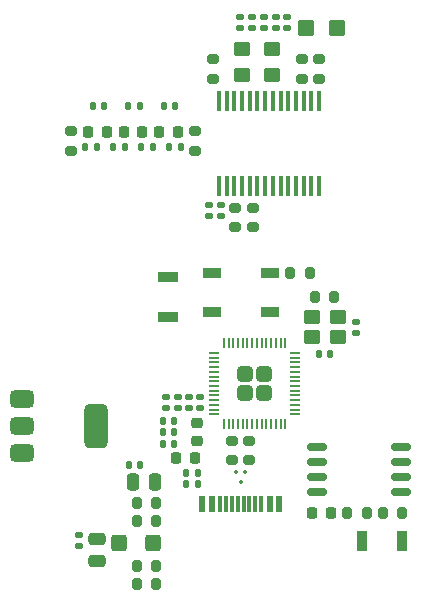
<source format=gbr>
%TF.GenerationSoftware,KiCad,Pcbnew,9.0.4-9.0.4-0~ubuntu22.04.1*%
%TF.CreationDate,2025-09-16T22:55:19+03:00*%
%TF.ProjectId,hexaGenMini-v1,68657861-4765-46e4-9d69-6e692d76312e,rev?*%
%TF.SameCoordinates,Original*%
%TF.FileFunction,Paste,Top*%
%TF.FilePolarity,Positive*%
%FSLAX46Y46*%
G04 Gerber Fmt 4.6, Leading zero omitted, Abs format (unit mm)*
G04 Created by KiCad (PCBNEW 9.0.4-9.0.4-0~ubuntu22.04.1) date 2025-09-16 22:55:19*
%MOMM*%
%LPD*%
G01*
G04 APERTURE LIST*
G04 Aperture macros list*
%AMRoundRect*
0 Rectangle with rounded corners*
0 $1 Rounding radius*
0 $2 $3 $4 $5 $6 $7 $8 $9 X,Y pos of 4 corners*
0 Add a 4 corners polygon primitive as box body*
4,1,4,$2,$3,$4,$5,$6,$7,$8,$9,$2,$3,0*
0 Add four circle primitives for the rounded corners*
1,1,$1+$1,$2,$3*
1,1,$1+$1,$4,$5*
1,1,$1+$1,$6,$7*
1,1,$1+$1,$8,$9*
0 Add four rect primitives between the rounded corners*
20,1,$1+$1,$2,$3,$4,$5,0*
20,1,$1+$1,$4,$5,$6,$7,0*
20,1,$1+$1,$6,$7,$8,$9,0*
20,1,$1+$1,$8,$9,$2,$3,0*%
G04 Aperture macros list end*
%ADD10RoundRect,0.200000X0.275000X-0.200000X0.275000X0.200000X-0.275000X0.200000X-0.275000X-0.200000X0*%
%ADD11RoundRect,0.225000X-0.225000X-0.250000X0.225000X-0.250000X0.225000X0.250000X-0.225000X0.250000X0*%
%ADD12RoundRect,0.140000X-0.170000X0.140000X-0.170000X-0.140000X0.170000X-0.140000X0.170000X0.140000X0*%
%ADD13RoundRect,0.140000X0.170000X-0.140000X0.170000X0.140000X-0.170000X0.140000X-0.170000X-0.140000X0*%
%ADD14RoundRect,0.200000X0.200000X0.275000X-0.200000X0.275000X-0.200000X-0.275000X0.200000X-0.275000X0*%
%ADD15R,0.900000X1.700000*%
%ADD16RoundRect,0.140000X0.140000X0.170000X-0.140000X0.170000X-0.140000X-0.170000X0.140000X-0.170000X0*%
%ADD17RoundRect,0.250000X-0.475000X0.250000X-0.475000X-0.250000X0.475000X-0.250000X0.475000X0.250000X0*%
%ADD18RoundRect,0.250000X-0.457500X-0.445000X0.457500X-0.445000X0.457500X0.445000X-0.457500X0.445000X0*%
%ADD19RoundRect,0.200000X-0.275000X0.200000X-0.275000X-0.200000X0.275000X-0.200000X0.275000X0.200000X0*%
%ADD20R,1.700000X0.900000*%
%ADD21RoundRect,0.090000X-0.660000X-0.360000X0.660000X-0.360000X0.660000X0.360000X-0.660000X0.360000X0*%
%ADD22RoundRect,0.250000X-0.250000X-0.475000X0.250000X-0.475000X0.250000X0.475000X-0.250000X0.475000X0*%
%ADD23RoundRect,0.162500X0.650000X0.162500X-0.650000X0.162500X-0.650000X-0.162500X0.650000X-0.162500X0*%
%ADD24RoundRect,0.200000X-0.200000X-0.275000X0.200000X-0.275000X0.200000X0.275000X-0.200000X0.275000X0*%
%ADD25RoundRect,0.218750X0.218750X0.256250X-0.218750X0.256250X-0.218750X-0.256250X0.218750X-0.256250X0*%
%ADD26RoundRect,0.225000X0.250000X-0.225000X0.250000X0.225000X-0.250000X0.225000X-0.250000X-0.225000X0*%
%ADD27RoundRect,0.140000X-0.140000X-0.170000X0.140000X-0.170000X0.140000X0.170000X-0.140000X0.170000X0*%
%ADD28RoundRect,0.225000X0.225000X0.250000X-0.225000X0.250000X-0.225000X-0.250000X0.225000X-0.250000X0*%
%ADD29RoundRect,0.250000X-0.450000X-0.350000X0.450000X-0.350000X0.450000X0.350000X-0.450000X0.350000X0*%
%ADD30RoundRect,0.250000X0.450000X0.350000X-0.450000X0.350000X-0.450000X-0.350000X0.450000X-0.350000X0*%
%ADD31RoundRect,0.375000X-0.625000X-0.375000X0.625000X-0.375000X0.625000X0.375000X-0.625000X0.375000X0*%
%ADD32RoundRect,0.500000X-0.500000X-1.400000X0.500000X-1.400000X0.500000X1.400000X-0.500000X1.400000X0*%
%ADD33R,0.600000X1.450000*%
%ADD34R,0.300000X1.450000*%
%ADD35RoundRect,0.250000X-0.400000X-0.450000X0.400000X-0.450000X0.400000X0.450000X-0.400000X0.450000X0*%
%ADD36RoundRect,0.249999X0.395001X0.395001X-0.395001X0.395001X-0.395001X-0.395001X0.395001X-0.395001X0*%
%ADD37RoundRect,0.050000X0.387500X0.050000X-0.387500X0.050000X-0.387500X-0.050000X0.387500X-0.050000X0*%
%ADD38RoundRect,0.050000X0.050000X0.387500X-0.050000X0.387500X-0.050000X-0.387500X0.050000X-0.387500X0*%
%ADD39R,0.450000X1.750000*%
%ADD40RoundRect,0.075000X0.075000X0.075000X-0.075000X0.075000X-0.075000X-0.075000X0.075000X-0.075000X0*%
G04 APERTURE END LIST*
D10*
%TO.C,R7*%
X159220000Y-98225000D03*
X159220000Y-96575000D03*
%TD*%
D11*
%TO.C,C7*%
X154525000Y-98070000D03*
X156075000Y-98070000D03*
%TD*%
D12*
%TO.C,C23*%
X159935000Y-60710000D03*
X159935000Y-61670000D03*
%TD*%
D10*
%TO.C,R15*%
X160995000Y-78505000D03*
X160995000Y-76855000D03*
%TD*%
D13*
%TO.C,C14*%
X154630000Y-93850000D03*
X154630000Y-92890000D03*
%TD*%
D14*
%TO.C,R9*%
X173675000Y-102680000D03*
X172025000Y-102680000D03*
%TD*%
D15*
%TO.C,SW2*%
X170230000Y-105110000D03*
X173630000Y-105110000D03*
%TD*%
D16*
%TO.C,C27*%
X152530833Y-71705000D03*
X151570833Y-71705000D03*
%TD*%
D17*
%TO.C,C1*%
X147772500Y-104870000D03*
X147772500Y-106770000D03*
%TD*%
D18*
%TO.C,C25*%
X165467500Y-61620000D03*
X168172500Y-61620000D03*
%TD*%
D19*
%TO.C,R10*%
X165145000Y-64295000D03*
X165145000Y-65945000D03*
%TD*%
%TO.C,R17*%
X145617500Y-70385000D03*
X145617500Y-72035000D03*
%TD*%
D14*
%TO.C,R5*%
X167905000Y-84450000D03*
X166255000Y-84450000D03*
%TD*%
D16*
%TO.C,C5*%
X167570000Y-89230000D03*
X166610000Y-89230000D03*
%TD*%
D20*
%TO.C,SW1*%
X153800000Y-82730000D03*
X153800000Y-86130000D03*
%TD*%
D12*
%TO.C,C24*%
X163935000Y-60710000D03*
X163935000Y-61670000D03*
%TD*%
D19*
%TO.C,R11*%
X166635000Y-64295000D03*
X166635000Y-65945000D03*
%TD*%
D21*
%TO.C,D2*%
X157522540Y-82350000D03*
X157522540Y-85650000D03*
X162422540Y-85650000D03*
X162422540Y-82350000D03*
%TD*%
D12*
%TO.C,C21*%
X162935000Y-60710000D03*
X162935000Y-61670000D03*
%TD*%
D14*
%TO.C,R8*%
X170665000Y-102680000D03*
X169015000Y-102680000D03*
%TD*%
D22*
%TO.C,C4*%
X150842500Y-100080000D03*
X152742500Y-100080000D03*
%TD*%
D16*
%TO.C,C30*%
X154420000Y-68240000D03*
X153460000Y-68240000D03*
%TD*%
D14*
%TO.C,R19*%
X165845000Y-82340000D03*
X164195000Y-82340000D03*
%TD*%
D13*
%TO.C,C16*%
X156550000Y-93850000D03*
X156550000Y-92890000D03*
%TD*%
D23*
%TO.C,U5*%
X173587500Y-100925000D03*
X173587500Y-99655000D03*
X173587500Y-98385000D03*
X173587500Y-97115000D03*
X166412500Y-97115000D03*
X166412500Y-98385000D03*
X166412500Y-99655000D03*
X166412500Y-100925000D03*
%TD*%
D24*
%TO.C,R2*%
X151187500Y-108710000D03*
X152837500Y-108710000D03*
%TD*%
D25*
%TO.C,L3*%
X148665000Y-70460000D03*
X147090000Y-70460000D03*
%TD*%
D26*
%TO.C,C8*%
X156280000Y-96590000D03*
X156280000Y-95040000D03*
%TD*%
D24*
%TO.C,R1*%
X151187500Y-107210000D03*
X152837500Y-107210000D03*
%TD*%
D16*
%TO.C,C12*%
X154360000Y-94910000D03*
X153400000Y-94910000D03*
%TD*%
D13*
%TO.C,C15*%
X155590000Y-93850000D03*
X155590000Y-92890000D03*
%TD*%
D12*
%TO.C,C2*%
X146292500Y-104550000D03*
X146292500Y-105510000D03*
%TD*%
D27*
%TO.C,C3*%
X150512500Y-98600000D03*
X151472500Y-98600000D03*
%TD*%
D28*
%TO.C,C18*%
X167605000Y-102680000D03*
X166055000Y-102680000D03*
%TD*%
D19*
%TO.C,R16*%
X156117500Y-70385000D03*
X156117500Y-72035000D03*
%TD*%
D16*
%TO.C,C29*%
X147777500Y-71705000D03*
X146817500Y-71705000D03*
%TD*%
D29*
%TO.C,Y1*%
X166000000Y-87830000D03*
X168200000Y-87830000D03*
X168200000Y-86130000D03*
X166000000Y-86130000D03*
%TD*%
D12*
%TO.C,C19*%
X158275000Y-76630000D03*
X158275000Y-77590000D03*
%TD*%
D25*
%TO.C,L1*%
X154652500Y-70460000D03*
X153077500Y-70460000D03*
%TD*%
D30*
%TO.C,Y2*%
X162650000Y-63400000D03*
X160110000Y-63400000D03*
X160110000Y-65600000D03*
X162650000Y-65600000D03*
%TD*%
D24*
%TO.C,R3*%
X151187500Y-103340000D03*
X152837500Y-103340000D03*
%TD*%
D14*
%TO.C,R4*%
X152837500Y-101840000D03*
X151187500Y-101840000D03*
%TD*%
D12*
%TO.C,C22*%
X160935000Y-60710000D03*
X160935000Y-61670000D03*
%TD*%
D16*
%TO.C,C10*%
X156350000Y-100230000D03*
X155390000Y-100230000D03*
%TD*%
D13*
%TO.C,C6*%
X169710000Y-87450000D03*
X169710000Y-86490000D03*
%TD*%
D16*
%TO.C,C9*%
X156350000Y-99280000D03*
X155390000Y-99280000D03*
%TD*%
D31*
%TO.C,U1*%
X141450000Y-93057500D03*
X141450000Y-95357500D03*
D32*
X147750000Y-95357500D03*
D31*
X141450000Y-97657500D03*
%TD*%
D10*
%TO.C,R6*%
X160720000Y-98225000D03*
X160720000Y-96575000D03*
%TD*%
D33*
%TO.C,J4*%
X156722540Y-101955000D03*
X157522540Y-101955000D03*
D34*
X158722540Y-101955000D03*
X159722540Y-101955000D03*
X160222540Y-101955000D03*
X161222540Y-101955000D03*
D33*
X162422540Y-101955000D03*
X163222540Y-101955000D03*
X163222540Y-101955000D03*
X162422540Y-101955000D03*
D34*
X161722540Y-101955000D03*
X160722540Y-101955000D03*
X159222540Y-101955000D03*
X158222540Y-101955000D03*
D33*
X157522540Y-101955000D03*
X156722540Y-101955000D03*
%TD*%
D16*
%TO.C,C26*%
X154907500Y-71705000D03*
X153947500Y-71705000D03*
%TD*%
D35*
%TO.C,D1*%
X149692500Y-105270000D03*
X152592500Y-105270000D03*
%TD*%
D36*
%TO.C,U2*%
X161950000Y-92550000D03*
X161950000Y-90950000D03*
X160350000Y-92550000D03*
X160350000Y-90950000D03*
D37*
X164587500Y-94350000D03*
X164587500Y-93950000D03*
X164587500Y-93550000D03*
X164587500Y-93150000D03*
X164587500Y-92750000D03*
X164587500Y-92350000D03*
X164587500Y-91950000D03*
X164587500Y-91550000D03*
X164587500Y-91150000D03*
X164587500Y-90750000D03*
X164587500Y-90350000D03*
X164587500Y-89950000D03*
X164587500Y-89550000D03*
X164587500Y-89150000D03*
D38*
X163750000Y-88312500D03*
X163350000Y-88312500D03*
X162950000Y-88312500D03*
X162550000Y-88312500D03*
X162150000Y-88312500D03*
X161750000Y-88312500D03*
X161350000Y-88312500D03*
X160950000Y-88312500D03*
X160550000Y-88312500D03*
X160150000Y-88312500D03*
X159750000Y-88312500D03*
X159350000Y-88312500D03*
X158950000Y-88312500D03*
X158550000Y-88312500D03*
D37*
X157712500Y-89150000D03*
X157712500Y-89550000D03*
X157712500Y-89950000D03*
X157712500Y-90350000D03*
X157712500Y-90750000D03*
X157712500Y-91150000D03*
X157712500Y-91550000D03*
X157712500Y-91950000D03*
X157712500Y-92350000D03*
X157712500Y-92750000D03*
X157712500Y-93150000D03*
X157712500Y-93550000D03*
X157712500Y-93950000D03*
X157712500Y-94350000D03*
D38*
X158550000Y-95187500D03*
X158950000Y-95187500D03*
X159350000Y-95187500D03*
X159750000Y-95187500D03*
X160150000Y-95187500D03*
X160550000Y-95187500D03*
X160950000Y-95187500D03*
X161350000Y-95187500D03*
X161750000Y-95187500D03*
X162150000Y-95187500D03*
X162550000Y-95187500D03*
X162950000Y-95187500D03*
X163350000Y-95187500D03*
X163750000Y-95187500D03*
%TD*%
D16*
%TO.C,C32*%
X148420000Y-68240000D03*
X147460000Y-68240000D03*
%TD*%
D10*
%TO.C,R13*%
X159495000Y-78505000D03*
X159495000Y-76855000D03*
%TD*%
D39*
%TO.C,U3*%
X166600000Y-67800000D03*
X165950000Y-67800000D03*
X165300000Y-67800000D03*
X164650000Y-67800000D03*
X164000000Y-67800000D03*
X163350000Y-67800000D03*
X162700000Y-67800000D03*
X162050000Y-67800000D03*
X161400000Y-67800000D03*
X160750000Y-67800000D03*
X160100000Y-67800000D03*
X159450000Y-67800000D03*
X158800000Y-67800000D03*
X158150000Y-67800000D03*
X158150000Y-75000000D03*
X158800000Y-75000000D03*
X159450000Y-75000000D03*
X160100000Y-75000000D03*
X160750000Y-75000000D03*
X161400000Y-75000000D03*
X162050000Y-75000000D03*
X162700000Y-75000000D03*
X163350000Y-75000000D03*
X164000000Y-75000000D03*
X164650000Y-75000000D03*
X165300000Y-75000000D03*
X165950000Y-75000000D03*
X166600000Y-75000000D03*
%TD*%
D13*
%TO.C,C13*%
X153660000Y-93850000D03*
X153660000Y-92890000D03*
%TD*%
D10*
%TO.C,R12*%
X157605000Y-65945000D03*
X157605000Y-64295000D03*
%TD*%
D16*
%TO.C,C28*%
X150154167Y-71705000D03*
X149194167Y-71705000D03*
%TD*%
D25*
%TO.C,L2*%
X151665000Y-70460000D03*
X150090000Y-70460000D03*
%TD*%
D16*
%TO.C,C17*%
X154360000Y-96835000D03*
X153400000Y-96835000D03*
%TD*%
D12*
%TO.C,C33*%
X157335000Y-76630000D03*
X157335000Y-77590000D03*
%TD*%
D40*
%TO.C,U4*%
X160320000Y-99200000D03*
X159620000Y-99200000D03*
X159970000Y-100050000D03*
%TD*%
D16*
%TO.C,C31*%
X151420000Y-68240000D03*
X150460000Y-68240000D03*
%TD*%
D12*
%TO.C,C20*%
X161935000Y-60710000D03*
X161935000Y-61670000D03*
%TD*%
D16*
%TO.C,C11*%
X154360000Y-95880000D03*
X153400000Y-95880000D03*
%TD*%
M02*

</source>
